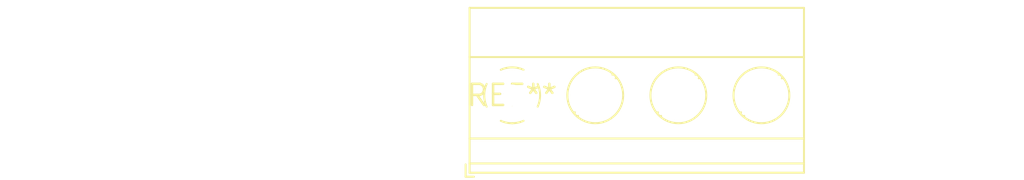
<source format=kicad_pcb>
(kicad_pcb (version 20240108) (generator pcbnew)
  (layers (0 "F.Cu" signal) (31 "B.Cu" signal) (34 "B.Paste" user) (35 "F.Paste" user) (36 "B.SilkS" user "B.Silkscreen") (37 "F.SilkS" user "F.Silkscreen") (38 "B.Mask" user) (39 "F.Mask" user) (44 "Edge.Cuts" user))
  (net 0 "")
  (footprint "TerminalBlock_Phoenix_MKDS-1,5-4_1x04_P5.00mm_Horizontal" (layer "F.Cu") (at 0 0)
    (property "Reference" "REF**")
    (property "Value" "TerminalBlock_Phoenix_MKDS-1,5-4_1x04_P5.00mm_Horizontal")
    (fp_line (start -2.8 4.16) (end -2.8 4.9) (layer "F.SilkS") (stroke (width 0.12)))
    (fp_line (start -2.8 4.9) (end -2.3 4.9) (layer "F.SilkS") (stroke (width 0.12)))
    (fp_line (start -2.56 -5.261) (end -2.56 4.66) (layer "F.SilkS") (stroke (width 0.12)))
    (fp_line (start -2.56 -5.261) (end 17.561 -5.261) (layer "F.SilkS") (stroke (width 0.12)))
    (fp_line (start -2.56 -2.301) (end 17.561 -2.301) (layer "F.SilkS") (stroke (width 0.12)))
    (fp_line (start -2.56 2.6) (end 17.561 2.6) (layer "F.SilkS") (stroke (width 0.12)))
    (fp_line (start -2.56 4.1) (end 17.561 4.1) (layer "F.SilkS") (stroke (width 0.12)))
    (fp_line (start -2.56 4.66) (end 17.561 4.66) (layer "F.SilkS") (stroke (width 0.12)))
    (fp_line (start 3.773 1.023) (end 3.726 1.069) (layer "F.SilkS") (stroke (width 0.12)))
    (fp_line (start 3.966 1.239) (end 3.931 1.274) (layer "F.SilkS") (stroke (width 0.12)))
    (fp_line (start 6.07 -1.275) (end 6.035 -1.239) (layer "F.SilkS") (stroke (width 0.12)))
    (fp_line (start 6.275 -1.069) (end 6.228 -1.023) (layer "F.SilkS") (stroke (width 0.12)))
    (fp_line (start 8.773 1.023) (end 8.726 1.069) (layer "F.SilkS") (stroke (width 0.12)))
    (fp_line (start 8.966 1.239) (end 8.931 1.274) (layer "F.SilkS") (stroke (width 0.12)))
    (fp_line (start 11.07 -1.275) (end 11.035 -1.239) (layer "F.SilkS") (stroke (width 0.12)))
    (fp_line (start 11.275 -1.069) (end 11.228 -1.023) (layer "F.SilkS") (stroke (width 0.12)))
    (fp_line (start 13.773 1.023) (end 13.726 1.069) (layer "F.SilkS") (stroke (width 0.12)))
    (fp_line (start 13.966 1.239) (end 13.931 1.274) (layer "F.SilkS") (stroke (width 0.12)))
    (fp_line (start 16.07 -1.275) (end 16.035 -1.239) (layer "F.SilkS") (stroke (width 0.12)))
    (fp_line (start 16.275 -1.069) (end 16.228 -1.023) (layer "F.SilkS") (stroke (width 0.12)))
    (fp_line (start 17.561 -5.261) (end 17.561 4.66) (layer "F.SilkS") (stroke (width 0.12)))
    (fp_arc (start -1.535427 0.683042) (mid -1.680501 -0.000524) (end -1.535 -0.684) (layer "F.SilkS") (stroke (width 0.12)))
    (fp_arc (start -0.683042 -1.535427) (mid 0.000524 -1.680501) (end 0.684 -1.535) (layer "F.SilkS") (stroke (width 0.12)))
    (fp_arc (start 0.028805 1.680253) (mid -0.335551 1.646659) (end -0.684 1.535) (layer "F.SilkS") (stroke (width 0.12)))
    (fp_arc (start 0.683318 1.534756) (mid 0.349292 1.643288) (end 0 1.68) (layer "F.SilkS") (stroke (width 0.12)))
    (fp_arc (start 1.535427 -0.683042) (mid 1.680501 0.000524) (end 1.535 0.684) (layer "F.SilkS") (stroke (width 0.12)))
    (fp_circle (center 5 0) (end 6.68 0) (layer "F.SilkS") (stroke (width 0.12)) (fill none))
    (fp_circle (center 10 0) (end 11.68 0) (layer "F.SilkS") (stroke (width 0.12)) (fill none))
    (fp_circle (center 15 0) (end 16.68 0) (layer "F.SilkS") (stroke (width 0.12)) (fill none))
    (pad "1" thru_hole rect (at 0 0) (size 2.6 2.6) (drill 1.3) (layers *.Cu *.Mask) (remove_unused_layers))
    (pad "2" thru_hole circle (at 5 0) (size 2.6 2.6) (drill 1.3) (layers *.Cu *.Mask) (remove_unused_layers))
    (pad "3" thru_hole circle (at 10 0) (size 2.6 2.6) (drill 1.3) (layers *.Cu *.Mask) (remove_unused_layers))
    (pad "4" thru_hole circle (at 15 0) (size 2.6 2.6) (drill 1.3) (layers *.Cu *.Mask) (remove_unused_layers))
  )
)
</source>
